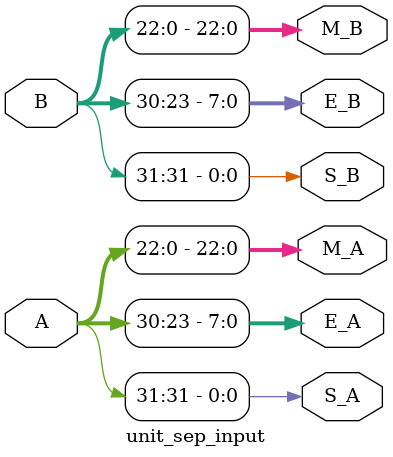
<source format=sv>
module unit_sep_input (
    input       logic   [31:0]  A   ,   B   ,
    output      logic           S_A ,   S_B ,
    output      logic   [7:0]   E_A ,   E_B ,
    output      logic   [22:0]  M_A ,   M_B
);
assign S_A  =   A[31];
assign S_B  =   B[31];
assign E_A  =   A[30:23];
assign E_B  =   B[30:23];
assign M_A  =   A[22:0];
assign M_B  =   B[22:0];    
endmodule
</source>
